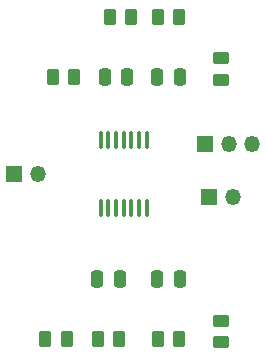
<source format=gbr>
%TF.GenerationSoftware,KiCad,Pcbnew,(6.0.2)*%
%TF.CreationDate,2022-05-06T08:02:59-03:00*%
%TF.ProjectId,Nono_Circuito_SMD,4e6f6e6f-5f43-4697-9263-7569746f5f53,rev?*%
%TF.SameCoordinates,Original*%
%TF.FileFunction,Soldermask,Top*%
%TF.FilePolarity,Negative*%
%FSLAX46Y46*%
G04 Gerber Fmt 4.6, Leading zero omitted, Abs format (unit mm)*
G04 Created by KiCad (PCBNEW (6.0.2)) date 2022-05-06 08:02:59*
%MOMM*%
%LPD*%
G01*
G04 APERTURE LIST*
G04 Aperture macros list*
%AMRoundRect*
0 Rectangle with rounded corners*
0 $1 Rounding radius*
0 $2 $3 $4 $5 $6 $7 $8 $9 X,Y pos of 4 corners*
0 Add a 4 corners polygon primitive as box body*
4,1,4,$2,$3,$4,$5,$6,$7,$8,$9,$2,$3,0*
0 Add four circle primitives for the rounded corners*
1,1,$1+$1,$2,$3*
1,1,$1+$1,$4,$5*
1,1,$1+$1,$6,$7*
1,1,$1+$1,$8,$9*
0 Add four rect primitives between the rounded corners*
20,1,$1+$1,$2,$3,$4,$5,0*
20,1,$1+$1,$4,$5,$6,$7,0*
20,1,$1+$1,$6,$7,$8,$9,0*
20,1,$1+$1,$8,$9,$2,$3,0*%
G04 Aperture macros list end*
%ADD10RoundRect,0.250000X0.450000X-0.262500X0.450000X0.262500X-0.450000X0.262500X-0.450000X-0.262500X0*%
%ADD11RoundRect,0.250000X-0.262500X-0.450000X0.262500X-0.450000X0.262500X0.450000X-0.262500X0.450000X0*%
%ADD12RoundRect,0.100000X0.100000X-0.637500X0.100000X0.637500X-0.100000X0.637500X-0.100000X-0.637500X0*%
%ADD13RoundRect,0.250000X-0.250000X-0.475000X0.250000X-0.475000X0.250000X0.475000X-0.250000X0.475000X0*%
%ADD14R,1.350000X1.350000*%
%ADD15O,1.350000X1.350000*%
%ADD16RoundRect,0.250000X0.250000X0.475000X-0.250000X0.475000X-0.250000X-0.475000X0.250000X-0.475000X0*%
%ADD17RoundRect,0.250000X0.262500X0.450000X-0.262500X0.450000X-0.262500X-0.450000X0.262500X-0.450000X0*%
G04 APERTURE END LIST*
D10*
%TO.C,R5*%
X101600000Y-108862500D03*
X101600000Y-107037500D03*
%TD*%
D11*
%TO.C,R4*%
X96242500Y-81280000D03*
X98067500Y-81280000D03*
%TD*%
D12*
%TO.C,U1*%
X91395000Y-97477500D03*
X92045000Y-97477500D03*
X92695000Y-97477500D03*
X93345000Y-97477500D03*
X93995000Y-97477500D03*
X94645000Y-97477500D03*
X95295000Y-97477500D03*
X95295000Y-91752500D03*
X94645000Y-91752500D03*
X93995000Y-91752500D03*
X93345000Y-91752500D03*
X92695000Y-91752500D03*
X92045000Y-91752500D03*
X91395000Y-91752500D03*
%TD*%
D13*
%TO.C,C3*%
X96205000Y-103505000D03*
X98105000Y-103505000D03*
%TD*%
D14*
%TO.C,J2*%
X100600000Y-96520000D03*
D15*
X102600000Y-96520000D03*
%TD*%
D16*
%TO.C,C4*%
X93660000Y-86360000D03*
X91760000Y-86360000D03*
%TD*%
D17*
%TO.C,R3*%
X92987500Y-108585000D03*
X91162500Y-108585000D03*
%TD*%
D14*
%TO.C,J3*%
X100235000Y-92075000D03*
D15*
X102235000Y-92075000D03*
X104235000Y-92075000D03*
%TD*%
D17*
%TO.C,R8*%
X93980000Y-81280000D03*
X92155000Y-81280000D03*
%TD*%
D13*
%TO.C,C2*%
X96205000Y-86360000D03*
X98105000Y-86360000D03*
%TD*%
D11*
%TO.C,R7*%
X96242500Y-108585000D03*
X98067500Y-108585000D03*
%TD*%
D16*
%TO.C,C1*%
X93025000Y-103505000D03*
X91125000Y-103505000D03*
%TD*%
D10*
%TO.C,R2*%
X101600000Y-86637500D03*
X101600000Y-84812500D03*
%TD*%
D14*
%TO.C,J1*%
X84090000Y-94615000D03*
D15*
X86090000Y-94615000D03*
%TD*%
D11*
%TO.C,R1*%
X86717500Y-108585000D03*
X88542500Y-108585000D03*
%TD*%
%TO.C,R6*%
X87352500Y-86360000D03*
X89177500Y-86360000D03*
%TD*%
M02*

</source>
